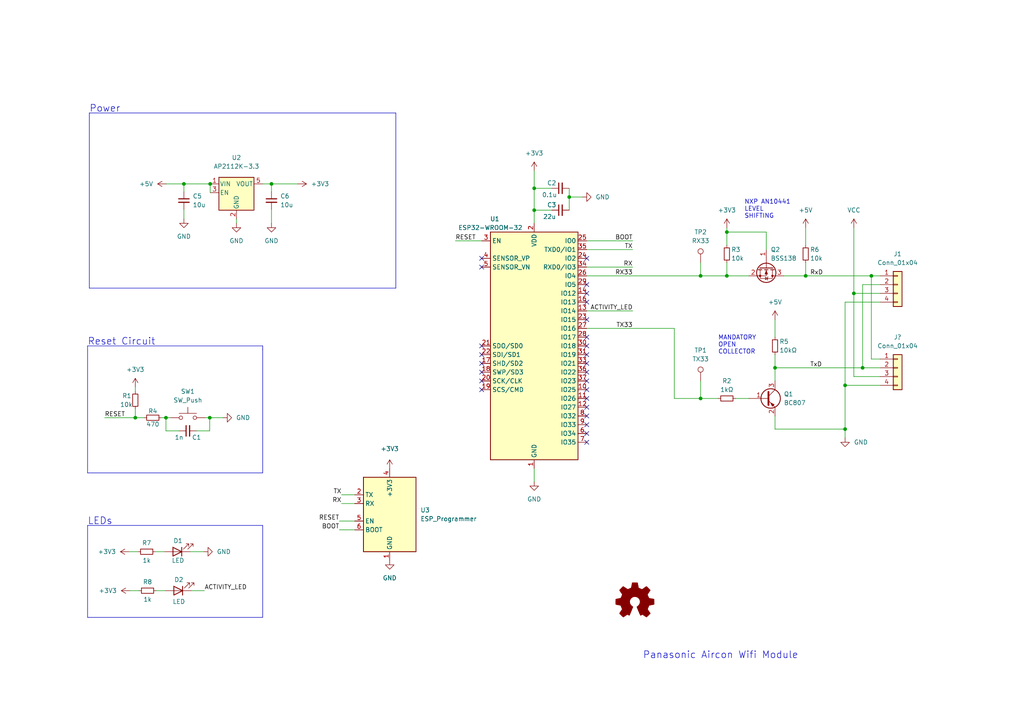
<source format=kicad_sch>
(kicad_sch (version 20230121) (generator eeschema)
  (paper "A4")
  (lib_symbols
    (symbol "Connector:TestPoint" (pin_numbers hide) (pin_names (offset 0.762) hide)
      (property "Reference" "TP" (at 0 6.858 0))
      (property "Value" "TestPoint" (at 0 5.08 0))
      (symbol "TestPoint_0_1"
        (circle (center 0 3.302) (radius 0.762))
      )
      (symbol "TestPoint_1_1"
        (pin passive line (at 0 0 90) (length 2.54) (name "1") (number "1"))
      )
    )
    (symbol "Connector_Generic:Conn_01x04" (pin_names (offset 1.016) hide)
      (property "Reference" "J" (at 0 5.08 0))
      (property "Value" "Conn_01x04" (at 0 -7.62 0))
      (symbol "Conn_01x04_1_1"
        (rectangle (start -1.27 -4.953) (end 0 -5.207) (stroke (width 0.1524)))
        (rectangle (start -1.27 -2.413) (end 0 -2.667) (stroke (width 0.1524)))
        (rectangle (start -1.27 0.127) (end 0 -0.127) (stroke (width 0.1524)))
        (rectangle (start -1.27 2.667) (end 0 2.413) (stroke (width 0.1524)))
        (rectangle (start -1.27 3.81) (end 1.27 -6.35) (stroke (width 0.254)) (fill (type background)))
        (pin passive line (at -5.08 2.54 0) (length 3.81) (name "Pin_1") (number "1"))
        (pin passive line (at -5.08 0 0) (length 3.81) (name "Pin_2") (number "2"))
        (pin passive line (at -5.08 -2.54 0) (length 3.81) (name "Pin_3") (number "3"))
        (pin passive line (at -5.08 -5.08 0) (length 3.81) (name "Pin_4") (number "4"))
      )
    )
    (symbol "Device:C_Small" (pin_numbers hide) (pin_names (offset 0.254) hide)
      (property "Reference" "C" (at 0.254 1.778 0))
      (property "Value" "C_Small" (at 0.254 -2.032 0))
      (symbol "C_Small_0_1"
        (polyline (pts (xy -1.524 -0.508) (xy 1.524 -0.508)) (stroke (width 0.3302)))
        (polyline (pts (xy -1.524 0.508) (xy 1.524 0.508)) (stroke (width 0.3048)))
      )
      (symbol "C_Small_1_1"
        (pin passive line (at 0 2.54 270) (length 2.032) (name "~") (number "1"))
        (pin passive line (at 0 -2.54 90) (length 2.032) (name "~") (number "2"))
      )
    )
    (symbol "Device:LED" (pin_numbers hide) (pin_names (offset 1.016) hide)
      (property "Reference" "D" (at 0 2.54 0))
      (property "Value" "LED" (at 0 -2.54 0))
      (symbol "LED_0_1"
        (polyline (pts (xy -1.27 -1.27) (xy -1.27 1.27)) (stroke (width 0.254)))
        (polyline (pts (xy -1.27 0) (xy 1.27 0)))
        (polyline (pts (xy 1.27 -1.27) (xy 1.27 1.27) (xy -1.27 0) (xy 1.27 -1.27)) (stroke (width 0.254)))
        (polyline (pts (xy -3.048 -0.762) (xy -4.572 -2.286) (xy -3.81 -2.286) (xy -4.572 -2.286) (xy -4.572 -1.524)))
        (polyline (pts (xy -1.778 -0.762) (xy -3.302 -2.286) (xy -2.54 -2.286) (xy -3.302 -2.286) (xy -3.302 -1.524)))
      )
      (symbol "LED_1_1"
        (pin passive line (at -3.81 0 0) (length 2.54) (name "K") (number "1"))
        (pin passive line (at 3.81 0 180) (length 2.54) (name "A") (number "2"))
      )
    )
    (symbol "Device:R_Small" (pin_numbers hide) (pin_names (offset 0.254) hide)
      (property "Reference" "R" (at 0.762 0.508 0))
      (property "Value" "R_Small" (at 0.762 -1.016 0))
      (symbol "R_Small_0_1"
        (rectangle (start -0.762 1.778) (end 0.762 -1.778) (stroke (width 0.2032)))
      )
      (symbol "R_Small_1_1"
        (pin passive line (at 0 2.54 270) (length 0.762) (name "~") (number "1"))
        (pin passive line (at 0 -2.54 90) (length 0.762) (name "~") (number "2"))
      )
    )
    (symbol "Graphic:Logo_Open_Hardware_Small" (pin_names (offset 1.016))
      (symbol "Logo_Open_Hardware_Small_0_1"
        (polyline (pts (xy 3.3528 -4.3434) (xy 3.302 -4.318) (xy 3.175 -4.2418) (xy 2.9972 -4.1148) (xy 2.7686 -3.9624) (xy 2.54 -3.81) (xy 2.3622 -3.7084) (xy 2.2352 -3.6068) (xy 2.1844 -3.5814) (xy 2.159 -3.6068) (xy 2.0574 -3.6576) (xy 1.905 -3.7338) (xy 1.8034 -3.7846) (xy 1.6764 -3.8354) (xy 1.6002 -3.8354) (xy 1.6002 -3.8354) (xy 1.5494 -3.7338) (xy 1.4732 -3.5306) (xy 1.3462 -3.302) (xy 1.2446 -3.0226) (xy 1.1176 -2.7178) (xy 0.9652 -2.413) (xy 0.8636 -2.1082) (xy 0.7366 -1.8288) (xy 0.6604 -1.6256) (xy 0.6096 -1.4732) (xy 0.5842 -1.397) (xy 0.5842 -1.397) (xy 0.6604 -1.3208) (xy 0.7874 -1.2446) (xy 1.0414 -1.016) (xy 1.2954 -0.6858) (xy 1.4478 -0.3302) (xy 1.524 0.0762) (xy 1.4732 0.4572) (xy 1.3208 0.8128) (xy 1.0668 1.143) (xy 0.762 1.3716) (xy 0.4064 1.524) (xy 0 1.5748) (xy -0.381 1.5494) (xy -0.7366 1.397) (xy -1.0668 1.143) (xy -1.2192 0.9906) (xy -1.397 0.6604) (xy -1.524 0.3048) (xy -1.524 0.2286) (xy -1.4986 -0.1778) (xy -1.397 -0.5334) (xy -1.1938 -0.8636) (xy -0.9144 -1.143) (xy -0.8636 -1.1684) (xy -0.7366 -1.27) (xy -0.635 -1.3462) (xy -0.5842 -1.397) (xy -1.0668 -2.5908) (xy -1.143 -2.794) (xy -1.2954 -3.1242) (xy -1.397 -3.4036) (xy -1.4986 -3.6322) (xy -1.5748 -3.7846) (xy -1.6002 -3.8354) (xy -1.6002 -3.8354) (xy -1.651 -3.8354) (xy -1.7272 -3.81) (xy -1.905 -3.7338) (xy -2.0066 -3.683) (xy -2.1336 -3.6068) (xy -2.2098 -3.5814) (xy -2.2606 -3.6068) (xy -2.3622 -3.683) (xy -2.54 -3.81) (xy -2.7686 -3.9624) (xy -2.9718 -4.0894) (xy -3.1496 -4.2164) (xy -3.302 -4.318) (xy -3.3528 -4.3434) (xy -3.3782 -4.3434) (xy -3.429 -4.318) (xy -3.5306 -4.2164) (xy -3.7084 -4.064) (xy -3.937 -3.8354) (xy -3.9624 -3.81) (xy -4.1656 -3.6068) (xy -4.318 -3.4544) (xy -4.4196 -3.3274) (xy -4.445 -3.2766) (xy -4.445 -3.2766) (xy -4.4196 -3.2258) (xy -4.318 -3.0734) (xy -4.2164 -2.8956) (xy -4.064 -2.667) (xy -3.6576 -2.0828) (xy -3.8862 -1.5494) (xy -3.937 -1.3716) (xy -4.0386 -1.1684) (xy -4.0894 -1.0414) (xy -4.1148 -0.9652) (xy -4.191 -0.9398) (xy -4.318 -0.9144) (xy -4.5466 -0.8636) (xy -4.8006 -0.8128) (xy -5.0546 -0.7874) (xy -5.2578 -0.7366) (xy -5.4356 -0.7112) (xy -5.5118 -0.6858) (xy -5.5118 -0.6858) (xy -5.5372 -0.635) (xy -5.5372 -0.5588) (xy -5.5372 -0.4318) (xy -5.5626 -0.2286) (xy -5.5626 0.0762) (xy -5.5626 0.127) (xy -5.5372 0.4064) (xy -5.5372 0.635) (xy -5.5372 0.762) (xy -5.5372 0.8382) (xy -5.5372 0.8382) (xy -5.461 0.8382) (xy -5.3086 0.889) (xy -5.08 0.9144) (xy -4.826 0.9652) (xy -4.8006 0.9906) (xy -4.5466 1.0414) (xy -4.318 1.0668) (xy -4.1656 1.1176) (xy -4.0894 1.143) (xy -4.0894 1.143) (xy -4.0386 1.2446) (xy -3.9624 1.4224) (xy -3.8608 1.6256) (xy -3.7846 1.8288) (xy -3.7084 2.0066) (xy -3.6576 2.159) (xy -3.6322 2.2098) (xy -3.6322 2.2098) (xy -3.683 2.286) (xy -3.7592 2.413) (xy -3.8862 2.5908) (xy -4.064 2.8194) (xy -4.064 2.8448) (xy -4.2164 3.0734) (xy -4.3434 3.2512) (xy -4.4196 3.3782) (xy -4.445 3.4544) (xy -4.445 3.4544) (xy -4.3942 3.5052) (xy -4.2926 3.6322) (xy -4.1148 3.81) (xy -3.937 4.0132) (xy -3.8608 4.064) (xy -3.6576 4.2926) (xy -3.5052 4.4196) (xy -3.4036 4.4958) (xy -3.3528 4.5212) (xy -3.3528 4.5212) (xy -3.302 4.4704) (xy -3.1496 4.3688) (xy -2.9718 4.2418) (xy -2.7432 4.0894) (xy -2.7178 4.0894) (xy -2.4892 3.937) (xy -2.3114 3.81) (xy -2.1844 3.7084) (xy -2.1336 3.683) (xy -2.1082 3.683) (xy -2.032 3.7084) (xy -1.8542 3.7592) (xy -1.6764 3.8354) (xy -1.4732 3.937) (xy -1.27 4.0132) (xy -1.143 4.064) (xy -1.0668 4.1148) (xy -1.0668 4.1148) (xy -1.0414 4.191) (xy -1.016 4.3434) (xy -0.9652 4.572) (xy -0.9144 4.8514) (xy -0.889 4.9022) (xy -0.8382 5.1562) (xy -0.8128 5.3848) (xy -0.7874 5.5372) (xy -0.762 5.588) (xy -0.7112 5.6134) (xy -0.5842 5.6134) (xy -0.4064 5.6134) (xy -0.1524 5.6134) (xy 0.0762 5.6134) (xy 0.3302 5.6134) (xy 0.5334 5.6134) (xy 0.6858 5.588) (xy 0.7366 5.588) (xy 0.7366 5.588) (xy 0.762 5.5118) (xy 0.8128 5.334) (xy 0.8382 5.1054) (xy 0.9144 4.826) (xy 0.9144 4.7752) (xy 0.9652 4.5212) (xy 1.016 4.2926) (xy 1.0414 4.1402) (xy 1.0668 4.0894) (xy 1.0668 4.0894) (xy 1.1938 4.0386) (xy 1.3716 3.9624) (xy 1.5748 3.8608) (xy 2.0828 3.6576) (xy 2.7178 4.0894) (xy 2.7686 4.1402) (xy 2.9972 4.2926) (xy 3.175 4.4196) (xy 3.302 4.4958) (xy 3.3782 4.5212) (xy 3.3782 4.5212) (xy 3.429 4.4704) (xy 3.556 4.3434) (xy 3.7338 4.191) (xy 3.9116 3.9878) (xy 4.064 3.8354) (xy 4.2418 3.6576) (xy 4.3434 3.556) (xy 4.4196 3.4798) (xy 4.4196 3.429) (xy 4.4196 3.4036) (xy 4.3942 3.3274) (xy 4.2926 3.2004) (xy 4.1656 2.9972) (xy 4.0132 2.794) (xy 3.8862 2.5908) (xy 3.7592 2.3876) (xy 3.6576 2.2352) (xy 3.6322 2.159) (xy 3.6322 2.1336) (xy 3.683 2.0066) (xy 3.7592 1.8288) (xy 3.8608 1.6002) (xy 4.064 1.1176) (xy 4.3942 1.0414) (xy 4.5974 1.016) (xy 4.8768 0.9652) (xy 5.1308 0.9144) (xy 5.5372 0.8382) (xy 5.5626 -0.6604) (xy 5.4864 -0.6858) (xy 5.4356 -0.6858) (xy 5.2832 -0.7366) (xy 5.0546 -0.762) (xy 4.8006 -0.8128) (xy 4.5974 -0.8636) (xy 4.3688 -0.9144) (xy 4.2164 -0.9398) (xy 4.1402 -0.9398) (xy 4.1148 -0.9652) (xy 4.064 -1.0668) (xy 3.9878 -1.2446) (xy 3.9116 -1.4478) (xy 3.81 -1.651) (xy 3.7338 -1.8542) (xy 3.683 -2.0066) (xy 3.6576 -2.0828) (xy 3.683 -2.1336) (xy 3.7846 -2.2606) (xy 3.8862 -2.4638) (xy 4.0386 -2.667) (xy 4.191 -2.8956) (xy 4.318 -3.0734) (xy 4.3942 -3.2004) (xy 4.445 -3.2766) (xy 4.4196 -3.3274) (xy 4.3434 -3.429) (xy 4.1656 -3.5814) (xy 3.937 -3.8354) (xy 3.8862 -3.8608) (xy 3.683 -4.064) (xy 3.5306 -4.2164) (xy 3.4036 -4.318) (xy 3.3528 -4.3434)) (fill (type outline)))
      )
    )
    (symbol "Jarl:ESP_Programmer"
      (property "Reference" "U" (at -5.08 10.16 0))
      (property "Value" "ESP_Programmer" (at 12.7 10.16 0))
      (symbol "ESP_Programmer_0_1"
        (rectangle (start -6.35 8.89) (end 8.89 -12.7) (stroke (width 0.254)) (fill (type background)))
      )
      (symbol "ESP_Programmer_1_1"
        (pin power_in line (at 1.27 -15.24 90) (length 2.54) (name "GND") (number "1"))
        (pin output line (at -8.89 3.81 0) (length 2.54) (name "TX") (number "2"))
        (pin input line (at -8.89 1.27 0) (length 2.54) (name "RX") (number "3"))
        (pin power_out line (at 1.27 11.43 270) (length 2.54) (name "+3V3") (number "4"))
        (pin bidirectional line (at -8.89 -3.81 0) (length 2.54) (name "EN") (number "5"))
        (pin bidirectional line (at -8.89 -6.35 0) (length 2.54) (name "BOOT") (number "6"))
      )
    )
    (symbol "RF_Module:ESP32-WROOM-32"
      (property "Reference" "U" (at -12.7 34.29 0))
      (property "Value" "ESP32-WROOM-32" (at 1.27 34.29 0))
      (symbol "ESP32-WROOM-32_0_1"
        (rectangle (start -12.7 33.02) (end 12.7 -33.02) (stroke (width 0.254)) (fill (type background)))
      )
      (symbol "ESP32-WROOM-32_1_1"
        (pin power_in line (at 0 -35.56 90) (length 2.54) (name "GND") (number "1"))
        (pin bidirectional line (at 15.24 -12.7 180) (length 2.54) (name "IO25") (number "10"))
        (pin bidirectional line (at 15.24 -15.24 180) (length 2.54) (name "IO26") (number "11"))
        (pin bidirectional line (at 15.24 -17.78 180) (length 2.54) (name "IO27") (number "12"))
        (pin bidirectional line (at 15.24 10.16 180) (length 2.54) (name "IO14") (number "13"))
        (pin bidirectional line (at 15.24 15.24 180) (length 2.54) (name "IO12") (number "14"))
        (pin passive line (at 0 -35.56 90) (length 2.54) hide (name "GND") (number "15"))
        (pin bidirectional line (at 15.24 12.7 180) (length 2.54) (name "IO13") (number "16"))
        (pin bidirectional line (at -15.24 -5.08 0) (length 2.54) (name "SHD/SD2") (number "17"))
        (pin bidirectional line (at -15.24 -7.62 0) (length 2.54) (name "SWP/SD3") (number "18"))
        (pin bidirectional line (at -15.24 -12.7 0) (length 2.54) (name "SCS/CMD") (number "19"))
        (pin power_in line (at 0 35.56 270) (length 2.54) (name "VDD") (number "2"))
        (pin bidirectional line (at -15.24 -10.16 0) (length 2.54) (name "SCK/CLK") (number "20"))
        (pin bidirectional line (at -15.24 0 0) (length 2.54) (name "SDO/SD0") (number "21"))
        (pin bidirectional line (at -15.24 -2.54 0) (length 2.54) (name "SDI/SD1") (number "22"))
        (pin bidirectional line (at 15.24 7.62 180) (length 2.54) (name "IO15") (number "23"))
        (pin bidirectional line (at 15.24 25.4 180) (length 2.54) (name "IO2") (number "24"))
        (pin bidirectional line (at 15.24 30.48 180) (length 2.54) (name "IO0") (number "25"))
        (pin bidirectional line (at 15.24 20.32 180) (length 2.54) (name "IO4") (number "26"))
        (pin bidirectional line (at 15.24 5.08 180) (length 2.54) (name "IO16") (number "27"))
        (pin bidirectional line (at 15.24 2.54 180) (length 2.54) (name "IO17") (number "28"))
        (pin bidirectional line (at 15.24 17.78 180) (length 2.54) (name "IO5") (number "29"))
        (pin input line (at -15.24 30.48 0) (length 2.54) (name "EN") (number "3"))
        (pin bidirectional line (at 15.24 0 180) (length 2.54) (name "IO18") (number "30"))
        (pin bidirectional line (at 15.24 -2.54 180) (length 2.54) (name "IO19") (number "31"))
        (pin no_connect line (at -12.7 -27.94 0) (length 2.54) hide (name "NC") (number "32"))
        (pin bidirectional line (at 15.24 -5.08 180) (length 2.54) (name "IO21") (number "33"))
        (pin bidirectional line (at 15.24 22.86 180) (length 2.54) (name "RXD0/IO3") (number "34"))
        (pin bidirectional line (at 15.24 27.94 180) (length 2.54) (name "TXD0/IO1") (number "35"))
        (pin bidirectional line (at 15.24 -7.62 180) (length 2.54) (name "IO22") (number "36"))
        (pin bidirectional line (at 15.24 -10.16 180) (length 2.54) (name "IO23") (number "37"))
        (pin passive line (at 0 -35.56 90) (length 2.54) hide (name "GND") (number "38"))
        (pin passive line (at 0 -35.56 90) (length 2.54) hide (name "GND") (number "39"))
        (pin input line (at -15.24 25.4 0) (length 2.54) (name "SENSOR_VP") (number "4"))
        (pin input line (at -15.24 22.86 0) (length 2.54) (name "SENSOR_VN") (number "5"))
        (pin input line (at 15.24 -25.4 180) (length 2.54) (name "IO34") (number "6"))
        (pin input line (at 15.24 -27.94 180) (length 2.54) (name "IO35") (number "7"))
        (pin bidirectional line (at 15.24 -20.32 180) (length 2.54) (name "IO32") (number "8"))
        (pin bidirectional line (at 15.24 -22.86 180) (length 2.54) (name "IO33") (number "9"))
      )
    )
    (symbol "Regulator_Linear:AP2112K-3.3" (pin_names (offset 0.254))
      (property "Reference" "U" (at -5.08 5.715 0))
      (property "Value" "AP2112K-3.3" (at 0 5.715 0))
      (symbol "AP2112K-3.3_0_1"
        (rectangle (start -5.08 4.445) (end 5.08 -5.08) (stroke (width 0.254)) (fill (type background)))
      )
      (symbol "AP2112K-3.3_1_1"
        (pin power_in line (at -7.62 2.54 0) (length 2.54) (name "VIN") (number "1"))
        (pin power_in line (at 0 -7.62 90) (length 2.54) (name "GND") (number "2"))
        (pin input line (at -7.62 0 0) (length 2.54) (name "EN") (number "3"))
        (pin no_connect line (at 5.08 0 180) (length 2.54) hide (name "NC") (number "4"))
        (pin power_out line (at 7.62 2.54 180) (length 2.54) (name "VOUT") (number "5"))
      )
    )
    (symbol "Switch:SW_Push" (pin_numbers hide) (pin_names (offset 1.016) hide)
      (property "Reference" "SW" (at 1.27 2.54 0))
      (property "Value" "SW_Push" (at 0 -1.524 0))
      (symbol "SW_Push_0_1"
        (circle (center -2.032 0) (radius 0.508))
        (polyline (pts (xy 0 1.27) (xy 0 3.048)))
        (polyline (pts (xy 2.54 1.27) (xy -2.54 1.27)))
        (circle (center 2.032 0) (radius 0.508))
        (pin passive line (at -5.08 0 0) (length 2.54) (name "1") (number "1"))
        (pin passive line (at 5.08 0 180) (length 2.54) (name "2") (number "2"))
      )
    )
    (symbol "Transistor_BJT:BC807" (pin_names (offset 0) hide)
      (property "Reference" "Q" (at 5.08 1.905 0))
      (property "Value" "BC807" (at 5.08 0 0))
      (symbol "BC807_0_1"
        (polyline (pts (xy 0.635 0.635) (xy 2.54 2.54)))
        (polyline (pts (xy 0.635 -0.635) (xy 2.54 -2.54) (xy 2.54 -2.54)))
        (polyline (pts (xy 0.635 1.905) (xy 0.635 -1.905) (xy 0.635 -1.905)) (stroke (width 0.508)))
        (polyline (pts (xy 2.286 -1.778) (xy 1.778 -2.286) (xy 1.27 -1.27) (xy 2.286 -1.778) (xy 2.286 -1.778)) (fill (type outline)))
        (circle (center 1.27 0) (radius 2.8194) (stroke (width 0.254)))
      )
      (symbol "BC807_1_1"
        (pin input line (at -5.08 0 0) (length 5.715) (name "B") (number "1"))
        (pin passive line (at 2.54 -5.08 90) (length 2.54) (name "E") (number "2"))
        (pin passive line (at 2.54 5.08 270) (length 2.54) (name "C") (number "3"))
      )
    )
    (symbol "Transistor_FET:BSS138" (pin_names hide)
      (property "Reference" "Q" (at 5.08 1.905 0))
      (property "Value" "BSS138" (at 5.08 0 0))
      (symbol "BSS138_0_1"
        (polyline (pts (xy 0.254 0) (xy -2.54 0)))
        (polyline (pts (xy 0.254 1.905) (xy 0.254 -1.905)) (stroke (width 0.254)))
        (polyline (pts (xy 0.762 -1.27) (xy 0.762 -2.286)) (stroke (width 0.254)))
        (polyline (pts (xy 0.762 0.508) (xy 0.762 -0.508)) (stroke (width 0.254)))
        (polyline (pts (xy 0.762 2.286) (xy 0.762 1.27)) (stroke (width 0.254)))
        (polyline (pts (xy 2.54 2.54) (xy 2.54 1.778)))
        (polyline (pts (xy 2.54 -2.54) (xy 2.54 0) (xy 0.762 0)))
        (polyline (pts (xy 0.762 -1.778) (xy 3.302 -1.778) (xy 3.302 1.778) (xy 0.762 1.778)))
        (polyline (pts (xy 1.016 0) (xy 2.032 0.381) (xy 2.032 -0.381) (xy 1.016 0)) (fill (type outline)))
        (polyline (pts (xy 2.794 0.508) (xy 2.921 0.381) (xy 3.683 0.381) (xy 3.81 0.254)))
        (polyline (pts (xy 3.302 0.381) (xy 2.921 -0.254) (xy 3.683 -0.254) (xy 3.302 0.381)))
        (circle (center 1.651 0) (radius 2.794) (stroke (width 0.254)))
        (circle (center 2.54 -1.778) (radius 0.254) (fill (type outline)))
        (circle (center 2.54 1.778) (radius 0.254) (fill (type outline)))
      )
      (symbol "BSS138_1_1"
        (pin input line (at -5.08 0 0) (length 2.54) (name "G") (number "1"))
        (pin passive line (at 2.54 -5.08 90) (length 2.54) (name "S") (number "2"))
        (pin passive line (at 2.54 5.08 270) (length 2.54) (name "D") (number "3"))
      )
    )
    (symbol "power:+3V3" (power) (pin_names (offset 0))
      (property "Value" "+3V3" (at 0 3.556 0))
      (symbol "+3V3_0_1"
        (polyline (pts (xy -0.762 1.27) (xy 0 2.54)))
        (polyline (pts (xy 0 0) (xy 0 2.54)))
        (polyline (pts (xy 0 2.54) (xy 0.762 1.27)))
      )
      (symbol "+3V3_1_1"
        (pin power_in line (at 0 0 90) (length 0) hide (name "+3V3") (number "1"))
      )
    )
    (symbol "power:+5V" (power) (pin_names (offset 0))
      (property "Value" "+5V" (at 0 3.556 0))
      (symbol "+5V_0_1"
        (polyline (pts (xy -0.762 1.27) (xy 0 2.54)))
        (polyline (pts (xy 0 0) (xy 0 2.54)))
        (polyline (pts (xy 0 2.54) (xy 0.762 1.27)))
      )
      (symbol "+5V_1_1"
        (pin power_in line (at 0 0 90) (length 0) hide (name "+5V") (number "1"))
      )
    )
    (symbol "power:GND" (power) (pin_names (offset 0))
      (property "Value" "GND" (at 0 -3.81 0))
      (symbol "GND_0_1"
        (polyline (pts (xy 0 0) (xy 0 -1.27) (xy 1.27 -1.27) (xy 0 -2.54) (xy -1.27 -1.27) (xy 0 -1.27)))
      )
      (symbol "GND_1_1"
        (pin power_in line (at 0 0 270) (length 0) hide (name "GND") (number "1"))
      )
    )
    (symbol "power:VCC" (power) (pin_names (offset 0))
      (property "Value" "VCC" (at 0 3.81 0))
      (symbol "VCC_0_1"
        (polyline (pts (xy -0.762 1.27) (xy 0 2.54)))
        (polyline (pts (xy 0 0) (xy 0 2.54)))
        (polyline (pts (xy 0 2.54) (xy 0.762 1.27)))
      )
      (symbol "VCC_1_1"
        (pin power_in line (at 0 0 90) (length 0) hide (name "VCC") (number "1"))
      )
    )
  )
  (junction (at 78.74 53.34) (diameter 0.9144))
  (junction (at 245.11 111.76))
  (junction (at 247.65 85.09))
  (junction (at 233.68 80.01) (diameter 0.9144))
  (junction (at 250.19 106.68))
  (junction (at 245.11 124.46))
  (junction (at 165.1 57.15) (diameter 0.9144))
  (junction (at 60.96 53.34) (diameter 0.9144))
  (junction (at 252.73 80.01))
  (junction (at 53.34 53.34) (diameter 0.9144))
  (junction (at 203.2 80.01))
  (junction (at 203.2 115.57))
  (junction (at 48.133 121.158) (diameter 0.9144))
  (junction (at 154.94 60.96) (diameter 0.9144))
  (junction (at 60.833 121.158) (diameter 0.9144))
  (junction (at 224.79 106.68))
  (junction (at 39.243 121.158) (diameter 0.9144))
  (junction (at 210.82 67.31) (diameter 0.9144))
  (junction (at 154.94 54.61) (diameter 0.9144))
  (junction (at 210.82 80.01))
  (no_connect (at 139.7 110.49))
  (no_connect (at 170.18 85.09))
  (no_connect (at 139.7 105.41))
  (no_connect (at 170.18 107.95))
  (no_connect (at 170.18 110.49))
  (no_connect (at 170.18 87.63))
  (no_connect (at 170.18 113.03))
  (no_connect (at 170.18 125.73))
  (no_connect (at 170.18 118.11))
  (no_connect (at 170.18 102.87))
  (no_connect (at 170.18 105.41))
  (no_connect (at 170.18 92.71))
  (no_connect (at 170.18 115.57))
  (no_connect (at 139.7 113.03))
  (no_connect (at 139.7 100.33))
  (no_connect (at 139.7 77.47))
  (no_connect (at 170.18 82.55))
  (no_connect (at 170.18 123.19))
  (no_connect (at 170.18 120.65))
  (no_connect (at 170.18 97.79))
  (no_connect (at 170.18 74.93))
  (no_connect (at 139.7 74.93))
  (no_connect (at 139.7 107.95))
  (no_connect (at 170.18 100.33))
  (no_connect (at 139.7 102.87))
  (no_connect (at 170.18 128.27))
  (wire (pts (xy 210.82 67.31) (xy 210.82 71.12)))
  (wire (pts (xy 55.245 160.02) (xy 59.055 160.02)))
  (wire (pts (xy 59.563 121.158) (xy 60.833 121.158)))
  (wire (pts (xy 60.833 121.158) (xy 64.643 121.158)))
  (wire (pts (xy 252.73 80.01) (xy 252.73 104.14)))
  (wire (pts (xy 210.82 66.04) (xy 210.82 67.31)))
  (wire (pts (xy 252.73 80.01) (xy 255.27 80.01)))
  (wire (pts (xy 132.08 69.85) (xy 139.7 69.85)))
  (wire (pts (xy 53.34 53.34) (xy 60.96 53.34)))
  (wire (pts (xy 76.2 53.34) (xy 78.74 53.34)))
  (wire (pts (xy 48.26 53.34) (xy 53.34 53.34)))
  (wire (pts (xy 37.465 160.02) (xy 40.005 160.02)))
  (wire (pts (xy 60.96 53.34) (xy 60.96 55.88)))
  (wire (pts (xy 170.18 69.85) (xy 183.515 69.85)))
  (wire (pts (xy 170.18 90.17) (xy 183.515 90.17)))
  (wire (pts (xy 224.79 110.49) (xy 224.79 106.68)))
  (wire (pts (xy 210.82 67.31) (xy 222.25 67.31)))
  (wire (pts (xy 39.243 112.268) (xy 39.243 113.538)))
  (wire (pts (xy 245.11 111.76) (xy 245.11 124.46)))
  (wire (pts (xy 224.79 120.65) (xy 224.79 124.46)))
  (wire (pts (xy 210.82 80.01) (xy 217.17 80.01)))
  (wire (pts (xy 37.719 171.323) (xy 40.259 171.323)))
  (wire (pts (xy 78.74 53.34) (xy 86.36 53.34)))
  (polyline (pts (xy 25.4 100.33) (xy 76.2 100.33)))
  (polyline (pts (xy 25.4 137.16) (xy 25.4 100.33)))
  (polyline (pts (xy 76.2 100.33) (xy 76.2 101.6)))
  (polyline (pts (xy 76.2 100.965) (xy 76.2 137.16)))
  (polyline (pts (xy 76.2 137.16) (xy 25.4 137.16)))
  (wire (pts (xy 154.94 49.53) (xy 154.94 54.61)))
  (wire (pts (xy 68.58 63.5) (xy 68.58 64.77)))
  (wire (pts (xy 98.425 153.67) (xy 102.87 153.67)))
  (wire (pts (xy 78.74 60.706) (xy 78.74 64.77)))
  (wire (pts (xy 98.425 151.13) (xy 102.87 151.13)))
  (wire (pts (xy 154.94 135.89) (xy 154.94 139.7)))
  (wire (pts (xy 53.34 55.626) (xy 53.34 53.34)))
  (wire (pts (xy 53.34 60.706) (xy 53.34 63.5)))
  (wire (pts (xy 165.1 54.61) (xy 165.1 57.15)))
  (wire (pts (xy 30.353 121.158) (xy 39.243 121.158)))
  (wire (pts (xy 245.11 87.63) (xy 245.11 111.76)))
  (wire (pts (xy 224.79 106.68) (xy 250.19 106.68)))
  (wire (pts (xy 224.79 102.87) (xy 224.79 106.68)))
  (wire (pts (xy 250.19 106.68) (xy 255.27 106.68)))
  (wire (pts (xy 247.65 85.09) (xy 255.27 85.09)))
  (polyline (pts (xy 25.908 32.766) (xy 114.808 32.766)))
  (polyline (pts (xy 25.908 83.566) (xy 25.908 32.766)))
  (polyline (pts (xy 25.908 83.566) (xy 114.808 83.566)))
  (polyline (pts (xy 114.808 32.766) (xy 114.808 83.566)))
  (wire (pts (xy 154.94 54.61) (xy 154.94 60.96)))
  (wire (pts (xy 165.1 57.15) (xy 165.1 60.96)))
  (wire (pts (xy 245.11 87.63) (xy 255.27 87.63)))
  (wire (pts (xy 170.18 72.39) (xy 183.515 72.39)))
  (wire (pts (xy 46.863 121.158) (xy 48.133 121.158)))
  (wire (pts (xy 48.133 121.158) (xy 49.403 121.158)))
  (wire (pts (xy 55.499 171.323) (xy 59.309 171.323)))
  (wire (pts (xy 78.74 55.626) (xy 78.74 53.34)))
  (wire (pts (xy 247.65 66.04) (xy 247.65 85.09)))
  (wire (pts (xy 203.2 76.2) (xy 203.2 80.01)))
  (wire (pts (xy 224.79 124.46) (xy 245.11 124.46)))
  (wire (pts (xy 210.82 76.2) (xy 210.82 80.01)))
  (wire (pts (xy 170.18 80.01) (xy 203.2 80.01)))
  (wire (pts (xy 203.2 110.49) (xy 203.2 115.57)))
  (wire (pts (xy 250.19 82.55) (xy 250.19 106.68)))
  (wire (pts (xy 233.68 76.2) (xy 233.68 80.01)))
  (wire (pts (xy 233.68 80.01) (xy 252.73 80.01)))
  (wire (pts (xy 45.339 171.323) (xy 47.879 171.323)))
  (wire (pts (xy 99.06 143.51) (xy 102.87 143.51)))
  (wire (pts (xy 195.58 115.57) (xy 203.2 115.57)))
  (wire (pts (xy 39.243 118.618) (xy 39.243 121.158)))
  (wire (pts (xy 39.243 121.158) (xy 41.783 121.158)))
  (wire (pts (xy 99.06 146.05) (xy 102.87 146.05)))
  (wire (pts (xy 170.18 95.25) (xy 195.58 95.25)))
  (wire (pts (xy 203.2 80.01) (xy 210.82 80.01)))
  (wire (pts (xy 195.58 95.25) (xy 195.58 115.57)))
  (wire (pts (xy 252.73 104.14) (xy 255.27 104.14)))
  (wire (pts (xy 255.27 82.55) (xy 250.19 82.55)))
  (wire (pts (xy 48.133 121.158) (xy 48.133 124.968)))
  (wire (pts (xy 48.133 124.968) (xy 51.943 124.968)))
  (wire (pts (xy 45.085 160.02) (xy 47.625 160.02)))
  (wire (pts (xy 170.18 77.47) (xy 183.515 77.47)))
  (wire (pts (xy 154.94 60.96) (xy 160.02 60.96)))
  (wire (pts (xy 57.023 124.968) (xy 60.833 124.968)))
  (wire (pts (xy 60.833 124.968) (xy 60.833 121.158)))
  (wire (pts (xy 245.11 111.76) (xy 255.27 111.76)))
  (wire (pts (xy 245.11 124.46) (xy 245.11 127)))
  (wire (pts (xy 222.25 67.31) (xy 222.25 72.39)))
  (wire (pts (xy 203.2 115.57) (xy 208.28 115.57)))
  (wire (pts (xy 154.94 54.61) (xy 160.02 54.61)))
  (wire (pts (xy 247.65 109.22) (xy 255.27 109.22)))
  (wire (pts (xy 154.94 60.96) (xy 154.94 64.77)))
  (wire (pts (xy 224.79 92.71) (xy 224.79 97.79)))
  (polyline (pts (xy 25.4 152.4) (xy 25.4 179.07)))
  (polyline (pts (xy 25.4 152.4) (xy 76.2 152.4)))
  (polyline (pts (xy 76.2 152.4) (xy 76.2 179.07)))
  (polyline (pts (xy 76.2 179.07) (xy 25.4 179.07)))
  (wire (pts (xy 233.68 66.04) (xy 233.68 71.12)))
  (wire (pts (xy 213.36 115.57) (xy 217.17 115.57)))
  (wire (pts (xy 227.33 80.01) (xy 233.68 80.01)))
  (wire (pts (xy 247.65 85.09) (xy 247.65 109.22)))
  (wire (pts (xy 165.1 57.15) (xy 168.91 57.15)))
  (text "LEDs" (at 25.4 152.4 0) (effects (font (size 2 2)) (justify left bottom)))
  (text "Power" (at 25.908 32.766 0) (effects (font (size 2 2)) (justify left bottom)))
  (text "Reset Circuit" (at 25.4 100.33 0) (effects (font (size 2 2)) (justify left bottom)))
  (text "NXP AN10441\nLEVEL\nSHIFTING" (at 215.9 63.5 0) (effects (font (size 1.27 1.27)) (justify left bottom)))
  (text "MANDATORY\nOPEN\nCOLLECTOR" (at 208.28 102.87 0) (effects (font (size 1.27 1.27)) (justify left bottom)))
  (text "Panasonic Aircon Wifi Module" (at 186.436 191.262 0) (effects (font (size 2 2)) (justify left bottom)))
  (label "BOOT" (at 183.515 69.85 180))
  (label "TX" (at 183.515 72.39 180))
  (label "ACTIVITY_LED" (at 59.309 171.323 0))
  (label "TX33" (at 183.515 95.25 180))
  (label "TxD" (at 234.95 106.68 0))
  (label "RX33" (at 183.515 80.01 180))
  (label "RESET" (at 30.353 121.158 0))
  (label "TX" (at 99.06 143.51 180))
  (label "RxD" (at 234.95 80.01 0))
  (label "RX" (at 99.06 146.05 180))
  (label "ACTIVITY_LED" (at 183.515 90.17 180))
  (label "RX" (at 183.515 77.47 180))
  (label "BOOT" (at 98.425 153.67 180))
  (label "RESET" (at 98.425 151.13 180))
  (label "RESET" (at 132.08 69.85 0))
  (symbol (lib_id "Device:C_Small") (at 162.56 54.61 90) (unit 1)
    (property "Reference" "C2" (at 160.02 53.086 90))
    (property "Value" "0.1u" (at 159.385 56.515 90))
    (property "Footprint" "Capacitor_SMD:C_0603_1608Metric" (effects hide))
  )
  (symbol (lib_id "Device:R_Small") (at 42.799 171.323 90) (unit 1)
    (property "Reference" "R8" (at 42.799 168.783 90))
    (property "Value" "1k" (at 42.799 173.863 90))
    (property "Footprint" "Resistor_SMD:R_0603_1608Metric" (effects hide))
  )
  (symbol (lib_id "power:VCC") (at 247.65 66.04 0) (unit 1)
    (property "Reference" "#PWR08" (effects hide))
    (property "Value" "VCC" (at 247.65 60.96 0))
  )
  (symbol (lib_id "Jarl:ESP_Programmer") (at 111.76 147.32 0) (unit 1)
    (property "Reference" "U3" (at 121.92 147.9549 0) (effects (justify left)))
    (property "Value" "ESP_Programmer" (at 121.92 150.4949 0) (effects (justify left)))
    (property "Footprint" "Connector_PinHeader_2.54mm:PinHeader_1x06_P2.54mm_Vertical" (effects hide))
  )
  (symbol (lib_id "Device:R_Small") (at 44.323 121.158 90) (unit 1)
    (property "Reference" "R4" (at 44.323 119.253 90))
    (property "Value" "470" (at 44.323 123.063 90))
    (property "Footprint" "Resistor_SMD:R_0603_1608Metric" (effects hide))
  )
  (symbol (lib_id "power:+3V3") (at 154.94 49.53 0) (unit 1)
    (property "Reference" "#PWR01" (effects hide))
    (property "Value" "+3V3" (at 154.94 44.45 0))
  )
  (symbol (lib_id "Device:C_Small") (at 54.483 124.968 90) (unit 1)
    (property "Reference" "C1" (at 57.023 126.873 90))
    (property "Value" "1n" (at 51.943 126.873 90))
    (property "Footprint" "Capacitor_SMD:C_0603_1608Metric" (effects hide))
  )
  (symbol (lib_id "Device:R_Small") (at 210.82 115.57 270) (unit 1)
    (property "Reference" "R2" (at 210.82 110.49 90))
    (property "Value" "1kΩ" (at 210.82 113.03 90))
    (property "Footprint" "Resistor_SMD:R_0603_1608Metric" (effects hide))
  )
  (symbol (lib_id "power:GND") (at 53.34 63.5 0) (unit 1)
    (property "Reference" "#PWR0106" (effects hide))
    (property "Value" "GND" (at 53.34 68.58 0))
  )
  (symbol (lib_id "power:+5V") (at 233.68 66.04 0) (unit 1)
    (property "Reference" "#PWR06" (effects hide))
    (property "Value" "+5V" (at 233.68 60.96 0))
  )
  (symbol (lib_id "Device:C_Small") (at 53.34 58.166 0) (unit 1)
    (property "Reference" "C5" (at 55.88 56.8959 0) (effects (justify left)))
    (property "Value" "10u" (at 55.88 59.4359 0) (effects (justify left)))
    (property "Footprint" "Capacitor_SMD:C_0603_1608Metric" (effects hide))
  )
  (symbol (lib_id "power:GND") (at 113.03 162.56 0) (unit 1)
    (property "Reference" "#PWR0124" (effects hide))
    (property "Value" "GND" (at 113.03 167.64 0))
  )
  (symbol (lib_id "Device:LED") (at 51.689 171.323 180) (unit 1)
    (property "Reference" "D2" (at 51.8795 168.148 0))
    (property "Value" "LED" (at 51.8795 174.498 0))
    (property "Footprint" "LED_SMD:LED_0603_1608Metric" (effects hide))
  )
  (symbol (lib_id "power:+3V3") (at 37.465 160.02 90) (unit 1)
    (property "Reference" "#PWR0121" (effects hide))
    (property "Value" "+3V3" (at 33.655 160.0199 90) (effects (justify left)))
  )
  (symbol (lib_id "Device:R_Small") (at 233.68 73.66 0) (unit 1)
    (property "Reference" "R6" (at 234.95 72.3899 0) (effects (justify left)))
    (property "Value" "10k" (at 234.95 74.9299 0) (effects (justify left)))
    (property "Footprint" "Resistor_SMD:R_0603_1608Metric" (effects hide))
  )
  (symbol (lib_id "Device:C_Small") (at 78.74 58.166 0) (unit 1)
    (property "Reference" "C6" (at 81.28 56.8959 0) (effects (justify left)))
    (property "Value" "10u" (at 81.28 59.4359 0) (effects (justify left)))
    (property "Footprint" "Capacitor_SMD:C_0603_1608Metric" (effects hide))
  )
  (symbol (lib_id "Device:R_Small") (at 39.243 116.078 180) (unit 1)
    (property "Reference" "R1" (at 35.433 114.8079 0) (effects (justify right)))
    (property "Value" "10k" (at 34.798 117.3479 0) (effects (justify right)))
    (property "Footprint" "Resistor_SMD:R_0603_1608Metric" (effects hide))
  )
  (symbol (lib_id "Device:R_Small") (at 42.545 160.02 90) (unit 1)
    (property "Reference" "R7" (at 42.545 157.48 90))
    (property "Value" "1k" (at 42.545 162.56 90))
    (property "Footprint" "Resistor_SMD:R_0603_1608Metric" (effects hide))
  )
  (symbol (lib_id "RF_Module:ESP32-WROOM-32") (at 154.94 100.33 0) (unit 1)
    (property "Reference" "U1" (at 143.51 63.5 0))
    (property "Value" "ESP32-WROOM-32" (at 142.24 66.04 0))
    (property "Footprint" "RF_Module:ESP32-WROOM-32" (effects hide))
    (property "Datasheet" "https://www.espressif.com/sites/default/files/documentation/esp32-wroom-32_datasheet_en.pdf" (effects hide))
  )
  (symbol (lib_id "Connector_Generic:Conn_01x04") (at 260.35 82.55 0) (unit 1)
    (property "Reference" "J1" (at 260.35 73.66 0))
    (property "Value" "Conn_01x04" (at 260.35 76.2 0))
    (property "Footprint" "Connector_Molex:Molex_PicoBlade_53048-0410_1x04_P1.25mm_Horizontal" (effects hide))
  )
  (symbol (lib_id "Graphic:Logo_Open_Hardware_Small") (at 184.15 174.625 0) (unit 1)
    (property "Reference" "#LOGO1" (effects hide))
    (property "Value" "Logo_Open_Hardware_Small" (effects hide))
  )
  (symbol (lib_id "Regulator_Linear:AP2112K-3.3") (at 68.58 55.88 0) (unit 1)
    (property "Reference" "U2" (at 68.58 45.72 0))
    (property "Value" "AP2112K-3.3" (at 68.58 48.26 0))
    (property "Footprint" "Package_TO_SOT_SMD:SOT-23-5" (effects hide))
    (property "Datasheet" "https://www.diodes.com/assets/Datasheets/AP2112.pdf" (effects hide))
  )
  (symbol (lib_id "Connector_Generic:Conn_01x04") (at 260.35 106.68 0) (unit 1)
    (property "Reference" "J?" (at 260.35 97.79 0))
    (property "Value" "Conn_01x04" (at 260.35 100.33 0))
    (property "Footprint" "Connector_Molex:Molex_PicoBlade_53048-0410_1x04_P1.25mm_Horizontal" (effects hide))
  )
  (symbol (lib_id "Device:R_Small") (at 210.82 73.66 0) (unit 1)
    (property "Reference" "R3" (at 212.09 72.3899 0) (effects (justify left)))
    (property "Value" "10k" (at 212.09 74.9299 0) (effects (justify left)))
    (property "Footprint" "Resistor_SMD:R_0603_1608Metric" (effects hide))
  )
  (symbol (lib_id "Connector:TestPoint") (at 203.2 110.49 0) (unit 1)
    (property "Reference" "TP1" (at 203.2 101.6 0))
    (property "Value" "TX33" (at 203.2 104.14 0))
    (property "Footprint" "TestPoint:TestPoint_Pad_D1.5mm" (effects hide))
  )
  (symbol (lib_id "power:+3V3") (at 113.03 135.89 0) (unit 1)
    (property "Reference" "#PWR0123" (effects hide))
    (property "Value" "+3V3" (at 113.03 130.175 0))
  )
  (symbol (lib_id "power:+3V3") (at 86.36 53.34 270) (unit 1)
    (property "Reference" "#PWR0122" (effects hide))
    (property "Value" "+3V3" (at 90.17 53.3399 90) (effects (justify left)))
  )
  (symbol (lib_id "power:+3V3") (at 210.82 66.04 0) (unit 1)
    (property "Reference" "#PWR04" (effects hide))
    (property "Value" "+3V3" (at 210.82 60.96 0))
  )
  (symbol (lib_id "Device:LED") (at 51.435 160.02 180) (unit 1)
    (property "Reference" "D1" (at 51.6255 156.845 0))
    (property "Value" "LED" (at 51.6255 162.56 0))
    (property "Footprint" "LED_SMD:LED_0603_1608Metric" (effects hide))
  )
  (symbol (lib_id "Transistor_FET:BSS138") (at 222.25 77.47 270) (unit 1)
    (property "Reference" "Q2" (at 223.52 72.39 90) (effects (justify left)))
    (property "Value" "BSS138" (at 223.52 74.93 90) (effects (justify left)))
    (property "Footprint" "Package_TO_SOT_SMD:SOT-23" (effects hide))
    (property "Datasheet" "https://www.onsemi.com/pub/Collateral/BSS138-D.PDF" (effects hide))
  )
  (symbol (lib_id "power:+5V") (at 48.26 53.34 90) (unit 1)
    (property "Reference" "#PWR0104" (effects hide))
    (property "Value" "+5V" (at 44.45 53.3399 90) (effects (justify left)))
  )
  (symbol (lib_id "power:+5V") (at 224.79 92.71 0) (unit 1)
    (property "Reference" "#PWR05" (effects hide))
    (property "Value" "+5V" (at 224.79 87.63 0))
  )
  (symbol (lib_id "Connector:TestPoint") (at 203.2 76.2 0) (unit 1)
    (property "Reference" "TP2" (at 203.2 67.31 0))
    (property "Value" "RX33" (at 203.2 69.85 0))
    (property "Footprint" "TestPoint:TestPoint_Pad_D1.5mm" (effects hide))
  )
  (symbol (lib_id "power:GND") (at 68.58 64.77 0) (unit 1)
    (property "Reference" "#PWR0116" (effects hide))
    (property "Value" "GND" (at 68.58 69.85 0))
  )
  (symbol (lib_id "power:GND") (at 245.11 127 0) (unit 1)
    (property "Reference" "#PWR07" (effects hide))
    (property "Value" "GND" (at 247.65 128.27 0) (effects (justify left)))
  )
  (symbol (lib_id "power:GND") (at 78.74 64.77 0) (unit 1)
    (property "Reference" "#PWR0117" (effects hide))
    (property "Value" "GND" (at 78.74 69.85 0))
  )
  (symbol (lib_id "Transistor_BJT:BC807") (at 222.25 115.57 0) (unit 1)
    (property "Reference" "Q1" (at 227.33 114.3 0) (effects (justify left)))
    (property "Value" "BC807" (at 227.33 116.84 0) (effects (justify left)))
    (property "Footprint" "Package_TO_SOT_SMD:SOT-23" (effects hide))
    (property "Datasheet" "https://www.onsemi.com/pub/Collateral/BC808-D.pdf" (effects hide))
  )
  (symbol (lib_id "power:GND") (at 59.055 160.02 90) (unit 1)
    (property "Reference" "#PWR0119" (effects hide))
    (property "Value" "GND" (at 62.865 160.0199 90) (effects (justify right)))
  )
  (symbol (lib_id "power:+3V3") (at 37.719 171.323 90) (unit 1)
    (property "Reference" "#PWR0120" (effects hide))
    (property "Value" "+3V3" (at 33.909 171.3229 90) (effects (justify left)))
  )
  (symbol (lib_id "Switch:SW_Push") (at 54.483 121.158 0) (unit 1)
    (property "Reference" "SW1" (at 54.483 113.538 0))
    (property "Value" "SW_Push" (at 54.483 116.078 0))
    (property "Footprint" "user-footprints:SW_SPST_TS_1101_X_X" (effects hide))
  )
  (symbol (lib_id "power:+3V3") (at 39.243 112.268 0) (unit 1)
    (property "Reference" "#PWR0108" (effects hide))
    (property "Value" "+3V3" (at 39.243 107.188 0))
  )
  (symbol (lib_id "power:GND") (at 168.91 57.15 90) (unit 1)
    (property "Reference" "#PWR03" (effects hide))
    (property "Value" "GND" (at 172.72 57.1499 90) (effects (justify right)))
  )
  (symbol (lib_id "Device:C_Small") (at 162.56 60.96 90) (unit 1)
    (property "Reference" "C3" (at 160.02 59.436 90))
    (property "Value" "22u" (at 159.385 62.865 90))
    (property "Footprint" "Capacitor_SMD:C_0805_2012Metric" (effects hide))
  )
  (symbol (lib_id "power:GND") (at 64.643 121.158 90) (unit 1)
    (property "Reference" "#PWR0114" (effects hide))
    (property "Value" "GND" (at 68.453 121.1579 90) (effects (justify right)))
  )
  (symbol (lib_id "power:GND") (at 154.94 139.7 0) (unit 1)
    (property "Reference" "#PWR02" (effects hide))
    (property "Value" "GND" (at 154.94 144.78 0))
  )
  (symbol (lib_id "Device:R_Small") (at 224.79 100.33 0) (unit 1)
    (property "Reference" "R5" (at 226.06 99.0599 0) (effects (justify left)))
    (property "Value" "10kΩ" (at 226.06 101.5999 0) (effects (justify left)))
    (property "Footprint" "Resistor_SMD:R_0603_1608Metric" (effects hide))
  )
)
</source>
